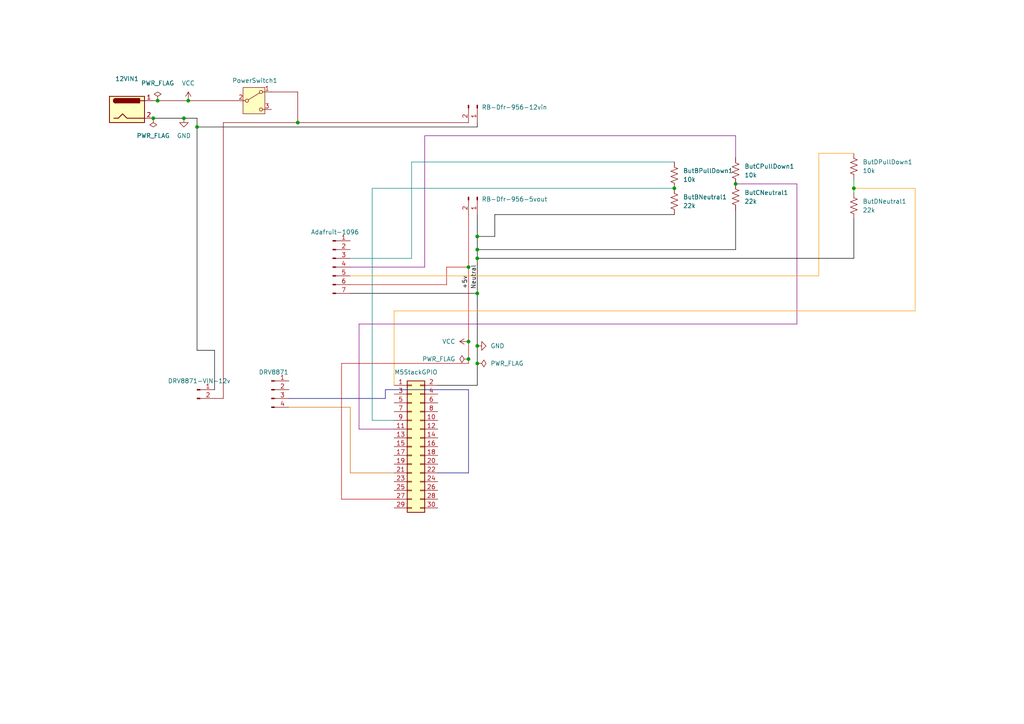
<source format=kicad_sch>
(kicad_sch (version 20231120) (generator "eeschema") (generator_version "8.0")
  (paper "A4")
  (title_block (title "Poppper Pump") (date "2024-05-02") (rev "0"))
  (lib_symbols
    (symbol "Connector:Barrel_Jack" (pin_names (offset 1.016))
      (property "Reference" "J" (at 0 5.334 0))
      (property "Value" "Barrel_Jack" (at 0 -5.08 0))
      (symbol "Barrel_Jack_0_1"
        (rectangle (start -5.08 3.81) (end 5.08 -3.81) (stroke (width 0.254)) (fill (type background)))
        (arc (start -3.302 3.175) (mid -3.9343 2.54) (end -3.302 1.905) (stroke (width 0.254)))
        (arc (start -3.302 3.175) (mid -3.9343 2.54) (end -3.302 1.905) (stroke (width 0.254)) (fill (type outline)))
        (polyline (pts (xy 5.08 2.54) (xy 3.81 2.54)) (stroke (width 0.254)))
        (polyline (pts (xy -3.81 -2.54) (xy -2.54 -2.54) (xy -1.27 -1.27) (xy 0 -2.54) (xy 2.54 -2.54) (xy 5.08 -2.54)) (stroke (width 0.254)))
        (rectangle (start 3.683 3.175) (end -3.302 1.905) (stroke (width 0.254)) (fill (type outline)))
      )
      (symbol "Barrel_Jack_1_1"
        (pin passive line (at 7.62 2.54 180) (length 2.54) (name "~") (number "1"))
        (pin passive line (at 7.62 -2.54 180) (length 2.54) (name "~") (number "2"))
      )
    )
    (symbol "Connector:Conn_01x02_Pin" (pin_names (offset 1.016) hide)
      (property "Reference" "J" (at 0 2.54 0))
      (property "Value" "Conn_01x02_Pin" (at 0 -5.08 0))
      (symbol "Conn_01x02_Pin_1_1"
        (polyline (pts (xy 1.27 -2.54) (xy 0.8636 -2.54)) (stroke (width 0.1524)))
        (polyline (pts (xy 1.27 0) (xy 0.8636 0)) (stroke (width 0.1524)))
        (rectangle (start 0.8636 -2.413) (end 0 -2.667) (stroke (width 0.1524)) (fill (type outline)))
        (rectangle (start 0.8636 0.127) (end 0 -0.127) (stroke (width 0.1524)) (fill (type outline)))
        (pin passive line (at 5.08 0 180) (length 3.81) (name "Pin_1") (number "1"))
        (pin passive line (at 5.08 -2.54 180) (length 3.81) (name "Pin_2") (number "2"))
      )
    )
    (symbol "Connector:Conn_01x04_Pin" (pin_names (offset 1.016) hide)
      (property "Reference" "J" (at 0 5.08 0))
      (property "Value" "Conn_01x04_Pin" (at 0 -7.62 0))
      (symbol "Conn_01x04_Pin_1_1"
        (polyline (pts (xy 1.27 -5.08) (xy 0.8636 -5.08)) (stroke (width 0.1524)))
        (polyline (pts (xy 1.27 -2.54) (xy 0.8636 -2.54)) (stroke (width 0.1524)))
        (polyline (pts (xy 1.27 0) (xy 0.8636 0)) (stroke (width 0.1524)))
        (polyline (pts (xy 1.27 2.54) (xy 0.8636 2.54)) (stroke (width 0.1524)))
        (rectangle (start 0.8636 -4.953) (end 0 -5.207) (stroke (width 0.1524)) (fill (type outline)))
        (rectangle (start 0.8636 -2.413) (end 0 -2.667) (stroke (width 0.1524)) (fill (type outline)))
        (rectangle (start 0.8636 0.127) (end 0 -0.127) (stroke (width 0.1524)) (fill (type outline)))
        (rectangle (start 0.8636 2.667) (end 0 2.413) (stroke (width 0.1524)) (fill (type outline)))
        (pin passive line (at 5.08 2.54 180) (length 3.81) (name "Pin_1") (number "1"))
        (pin passive line (at 5.08 0 180) (length 3.81) (name "Pin_2") (number "2"))
        (pin passive line (at 5.08 -2.54 180) (length 3.81) (name "Pin_3") (number "3"))
        (pin passive line (at 5.08 -5.08 180) (length 3.81) (name "Pin_4") (number "4"))
      )
    )
    (symbol "Connector:Conn_01x07_Pin" (pin_names (offset 1.016) hide)
      (property "Reference" "J" (at 0 10.16 0))
      (property "Value" "Conn_01x07_Pin" (at 0 -10.16 0))
      (symbol "Conn_01x07_Pin_1_1"
        (polyline (pts (xy 1.27 -7.62) (xy 0.8636 -7.62)) (stroke (width 0.1524)))
        (polyline (pts (xy 1.27 -5.08) (xy 0.8636 -5.08)) (stroke (width 0.1524)))
        (polyline (pts (xy 1.27 -2.54) (xy 0.8636 -2.54)) (stroke (width 0.1524)))
        (polyline (pts (xy 1.27 0) (xy 0.8636 0)) (stroke (width 0.1524)))
        (polyline (pts (xy 1.27 2.54) (xy 0.8636 2.54)) (stroke (width 0.1524)))
        (polyline (pts (xy 1.27 5.08) (xy 0.8636 5.08)) (stroke (width 0.1524)))
        (polyline (pts (xy 1.27 7.62) (xy 0.8636 7.62)) (stroke (width 0.1524)))
        (rectangle (start 0.8636 -7.493) (end 0 -7.747) (stroke (width 0.1524)) (fill (type outline)))
        (rectangle (start 0.8636 -4.953) (end 0 -5.207) (stroke (width 0.1524)) (fill (type outline)))
        (rectangle (start 0.8636 -2.413) (end 0 -2.667) (stroke (width 0.1524)) (fill (type outline)))
        (rectangle (start 0.8636 0.127) (end 0 -0.127) (stroke (width 0.1524)) (fill (type outline)))
        (rectangle (start 0.8636 2.667) (end 0 2.413) (stroke (width 0.1524)) (fill (type outline)))
        (rectangle (start 0.8636 5.207) (end 0 4.953) (stroke (width 0.1524)) (fill (type outline)))
        (rectangle (start 0.8636 7.747) (end 0 7.493) (stroke (width 0.1524)) (fill (type outline)))
        (pin passive line (at 5.08 7.62 180) (length 3.81) (name "Pin_1") (number "1"))
        (pin passive line (at 5.08 5.08 180) (length 3.81) (name "Pin_2") (number "2"))
        (pin passive line (at 5.08 2.54 180) (length 3.81) (name "Pin_3") (number "3"))
        (pin passive line (at 5.08 0 180) (length 3.81) (name "Pin_4") (number "4"))
        (pin passive line (at 5.08 -2.54 180) (length 3.81) (name "Pin_5") (number "5"))
        (pin passive line (at 5.08 -5.08 180) (length 3.81) (name "Pin_6") (number "6"))
        (pin passive line (at 5.08 -7.62 180) (length 3.81) (name "Pin_7") (number "7"))
      )
    )
    (symbol "Connector_Generic:Conn_02x15_Odd_Even" (pin_names (offset 1.016) hide)
      (property "Reference" "J" (at 1.27 20.32 0))
      (property "Value" "Conn_02x15_Odd_Even" (at 1.27 -20.32 0))
      (symbol "Conn_02x15_Odd_Even_1_1"
        (rectangle (start -1.27 -17.653) (end 0 -17.907) (stroke (width 0.1524)))
        (rectangle (start -1.27 -15.113) (end 0 -15.367) (stroke (width 0.1524)))
        (rectangle (start -1.27 -12.573) (end 0 -12.827) (stroke (width 0.1524)))
        (rectangle (start -1.27 -10.033) (end 0 -10.287) (stroke (width 0.1524)))
        (rectangle (start -1.27 -7.493) (end 0 -7.747) (stroke (width 0.1524)))
        (rectangle (start -1.27 -4.953) (end 0 -5.207) (stroke (width 0.1524)))
        (rectangle (start -1.27 -2.413) (end 0 -2.667) (stroke (width 0.1524)))
        (rectangle (start -1.27 0.127) (end 0 -0.127) (stroke (width 0.1524)))
        (rectangle (start -1.27 2.667) (end 0 2.413) (stroke (width 0.1524)))
        (rectangle (start -1.27 5.207) (end 0 4.953) (stroke (width 0.1524)))
        (rectangle (start -1.27 7.747) (end 0 7.493) (stroke (width 0.1524)))
        (rectangle (start -1.27 10.287) (end 0 10.033) (stroke (width 0.1524)))
        (rectangle (start -1.27 12.827) (end 0 12.573) (stroke (width 0.1524)))
        (rectangle (start -1.27 15.367) (end 0 15.113) (stroke (width 0.1524)))
        (rectangle (start -1.27 17.907) (end 0 17.653) (stroke (width 0.1524)))
        (rectangle (start -1.27 19.05) (end 3.81 -19.05) (stroke (width 0.254)) (fill (type background)))
        (rectangle (start 3.81 -17.653) (end 2.54 -17.907) (stroke (width 0.1524)))
        (rectangle (start 3.81 -15.113) (end 2.54 -15.367) (stroke (width 0.1524)))
        (rectangle (start 3.81 -12.573) (end 2.54 -12.827) (stroke (width 0.1524)))
        (rectangle (start 3.81 -10.033) (end 2.54 -10.287) (stroke (width 0.1524)))
        (rectangle (start 3.81 -7.493) (end 2.54 -7.747) (stroke (width 0.1524)))
        (rectangle (start 3.81 -4.953) (end 2.54 -5.207) (stroke (width 0.1524)))
        (rectangle (start 3.81 -2.413) (end 2.54 -2.667) (stroke (width 0.1524)))
        (rectangle (start 3.81 0.127) (end 2.54 -0.127) (stroke (width 0.1524)))
        (rectangle (start 3.81 2.667) (end 2.54 2.413) (stroke (width 0.1524)))
        (rectangle (start 3.81 5.207) (end 2.54 4.953) (stroke (width 0.1524)))
        (rectangle (start 3.81 7.747) (end 2.54 7.493) (stroke (width 0.1524)))
        (rectangle (start 3.81 10.287) (end 2.54 10.033) (stroke (width 0.1524)))
        (rectangle (start 3.81 12.827) (end 2.54 12.573) (stroke (width 0.1524)))
        (rectangle (start 3.81 15.367) (end 2.54 15.113) (stroke (width 0.1524)))
        (rectangle (start 3.81 17.907) (end 2.54 17.653) (stroke (width 0.1524)))
        (pin passive line (at -5.08 17.78 0) (length 3.81) (name "Pin_1") (number "1"))
        (pin passive line (at 7.62 7.62 180) (length 3.81) (name "Pin_10") (number "10"))
        (pin passive line (at -5.08 5.08 0) (length 3.81) (name "Pin_11") (number "11"))
        (pin passive line (at 7.62 5.08 180) (length 3.81) (name "Pin_12") (number "12"))
        (pin passive line (at -5.08 2.54 0) (length 3.81) (name "Pin_13") (number "13"))
        (pin passive line (at 7.62 2.54 180) (length 3.81) (name "Pin_14") (number "14"))
        (pin passive line (at -5.08 0 0) (length 3.81) (name "Pin_15") (number "15"))
        (pin passive line (at 7.62 0 180) (length 3.81) (name "Pin_16") (number "16"))
        (pin passive line (at -5.08 -2.54 0) (length 3.81) (name "Pin_17") (number "17"))
        (pin passive line (at 7.62 -2.54 180) (length 3.81) (name "Pin_18") (number "18"))
        (pin passive line (at -5.08 -5.08 0) (length 3.81) (name "Pin_19") (number "19"))
        (pin passive line (at 7.62 17.78 180) (length 3.81) (name "Pin_2") (number "2"))
        (pin passive line (at 7.62 -5.08 180) (length 3.81) (name "Pin_20") (number "20"))
        (pin passive line (at -5.08 -7.62 0) (length 3.81) (name "Pin_21") (number "21"))
        (pin passive line (at 7.62 -7.62 180) (length 3.81) (name "Pin_22") (number "22"))
        (pin passive line (at -5.08 -10.16 0) (length 3.81) (name "Pin_23") (number "23"))
        (pin passive line (at 7.62 -10.16 180) (length 3.81) (name "Pin_24") (number "24"))
        (pin passive line (at -5.08 -12.7 0) (length 3.81) (name "Pin_25") (number "25"))
        (pin passive line (at 7.62 -12.7 180) (length 3.81) (name "Pin_26") (number "26"))
        (pin passive line (at -5.08 -15.24 0) (length 3.81) (name "Pin_27") (number "27"))
        (pin passive line (at 7.62 -15.24 180) (length 3.81) (name "Pin_28") (number "28"))
        (pin passive line (at -5.08 -17.78 0) (length 3.81) (name "Pin_29") (number "29"))
        (pin passive line (at -5.08 15.24 0) (length 3.81) (name "Pin_3") (number "3"))
        (pin passive line (at 7.62 -17.78 180) (length 3.81) (name "Pin_30") (number "30"))
        (pin passive line (at 7.62 15.24 180) (length 3.81) (name "Pin_4") (number "4"))
        (pin passive line (at -5.08 12.7 0) (length 3.81) (name "Pin_5") (number "5"))
        (pin passive line (at 7.62 12.7 180) (length 3.81) (name "Pin_6") (number "6"))
        (pin passive line (at -5.08 10.16 0) (length 3.81) (name "Pin_7") (number "7"))
        (pin passive line (at 7.62 10.16 180) (length 3.81) (name "Pin_8") (number "8"))
        (pin passive line (at -5.08 7.62 0) (length 3.81) (name "Pin_9") (number "9"))
      )
    )
    (symbol "Device:R_US" (pin_numbers hide) (pin_names (offset 0))
      (property "Reference" "R" (at 2.54 0 90))
      (property "Value" "R_US" (at -2.54 0 90))
      (symbol "R_US_0_1"
        (polyline (pts (xy 0 -2.286) (xy 0 -2.54)))
        (polyline (pts (xy 0 2.286) (xy 0 2.54)))
        (polyline (pts (xy 0 -0.762) (xy 1.016 -1.143) (xy 0 -1.524) (xy -1.016 -1.905) (xy 0 -2.286)))
        (polyline (pts (xy 0 0.762) (xy 1.016 0.381) (xy 0 0) (xy -1.016 -0.381) (xy 0 -0.762)))
        (polyline (pts (xy 0 2.286) (xy 1.016 1.905) (xy 0 1.524) (xy -1.016 1.143) (xy 0 0.762)))
      )
      (symbol "R_US_1_1"
        (pin passive line (at 0 3.81 270) (length 1.27) (name "~") (number "1"))
        (pin passive line (at 0 -3.81 90) (length 1.27) (name "~") (number "2"))
      )
    )
    (symbol "Switch:SW_SPDT" (pin_names (offset 0) hide)
      (property "Reference" "SW" (at 0 5.08 0))
      (property "Value" "SW_SPDT" (at 0 -5.08 0))
      (symbol "SW_SPDT_0_1"
        (circle (center -2.032 0) (radius 0.4572))
        (polyline (pts (xy -1.651 0.254) (xy 1.651 2.286)))
        (circle (center 2.032 -2.54) (radius 0.4572))
        (circle (center 2.032 2.54) (radius 0.4572))
      )
      (symbol "SW_SPDT_1_1"
        (rectangle (start -3.175 3.81) (end 3.175 -3.81) (fill (type background)))
        (pin passive line (at 5.08 2.54 180) (length 2.54) (name "A") (number "1"))
        (pin passive line (at -5.08 0 0) (length 2.54) (name "B") (number "2"))
        (pin passive line (at 5.08 -2.54 180) (length 2.54) (name "C") (number "3"))
      )
    )
    (symbol "power:GND" (power) (pin_numbers hide) (pin_names (offset 0) hide)
      (property "Value" "GND" (at 0 -3.81 0))
      (symbol "GND_0_1"
        (polyline (pts (xy 0 0) (xy 0 -1.27) (xy 1.27 -1.27) (xy 0 -2.54) (xy -1.27 -1.27) (xy 0 -1.27)))
      )
      (symbol "GND_1_1"
        (pin power_in line (at 0 0 270) (length 0) (name "~") (number "1"))
      )
    )
    (symbol "power:PWR_FLAG" (power) (pin_numbers hide) (pin_names (offset 0) hide)
      (property "Value" "PWR_FLAG" (at 0 3.81 0))
      (symbol "PWR_FLAG_0_0"
        (pin power_out line (at 0 0 90) (length 0) (name "~") (number "1"))
      )
      (symbol "PWR_FLAG_0_1"
        (polyline (pts (xy 0 0) (xy 0 1.27) (xy -1.016 1.905) (xy 0 2.54) (xy 1.016 1.905) (xy 0 1.27)))
      )
    )
    (symbol "power:VCC" (power) (pin_numbers hide) (pin_names (offset 0) hide)
      (property "Value" "VCC" (at 0 3.556 0))
      (symbol "VCC_0_1"
        (polyline (pts (xy -0.762 1.27) (xy 0 2.54)))
        (polyline (pts (xy 0 0) (xy 0 2.54)))
        (polyline (pts (xy 0 2.54) (xy 0.762 1.27)))
      )
      (symbol "VCC_1_1"
        (pin power_in line (at 0 0 90) (length 0) (name "~") (number "1"))
      )
    )
  )
  (junction (at 57.15 36.83))
  (junction (at 44.45 34.29))
  (junction (at 135.89 104.14))
  (junction (at 135.89 99.06))
  (junction (at 247.65 54.61))
  (junction (at 138.43 68.58))
  (junction (at 135.89 77.47))
  (junction (at 54.61 29.21))
  (junction (at 138.43 100.33))
  (junction (at 138.43 85.09))
  (junction (at 138.43 105.41))
  (junction (at 53.34 34.29))
  (junction (at 45.72 29.21))
  (junction (at 195.58 54.61))
  (junction (at 86.36 35.56))
  (junction (at 138.43 74.93))
  (junction (at 138.43 72.39))
  (junction (at 213.36 53.34))
  (wire (pts (xy 101.6 85.09) (xy 138.43 85.09)) (stroke (width 0) (color 0 0 0 1)))
  (wire (pts (xy 265.43 54.61) (xy 247.65 54.61)) (stroke (width 0) (color 255 153 0 1)))
  (wire (pts (xy 86.36 26.67) (xy 78.74 26.67)) (stroke (width 0) (color 132 0 0 1)))
  (wire (pts (xy 213.36 39.37) (xy 213.36 45.72)) (stroke (width 0) (color 132 0 132 1)))
  (wire (pts (xy 44.45 29.21) (xy 45.72 29.21)) (stroke (width 0) (color 132 0 0 1)))
  (wire (pts (xy 138.43 85.09) (xy 138.43 74.93)) (stroke (width 0) (color 0 0 0 1)))
  (wire (pts (xy 129.54 77.47) (xy 135.89 77.47)) (stroke (width 0) (color 194 0 0 1)))
  (wire (pts (xy 135.89 77.47) (xy 135.89 99.06)) (stroke (width 0) (color 194 0 0 1)))
  (wire (pts (xy 119.38 46.99) (xy 195.58 46.99)) (stroke (width 0) (color 0 132 132 1)))
  (wire (pts (xy 138.43 35.56) (xy 138.43 36.83)) (stroke (width 0) (color 0 0 0 1)))
  (wire (pts (xy 247.65 54.61) (xy 247.65 55.88)))
  (wire (pts (xy 114.3 90.17) (xy 265.43 90.17)) (stroke (width 0) (color 255 153 0 1)))
  (wire (pts (xy 237.49 80.01) (xy 237.49 44.45)) (stroke (width 0) (color 255 153 0 1)))
  (wire (pts (xy 64.77 115.57) (xy 62.23 115.57)) (stroke (width 0) (color 132 0 0 1)))
  (wire (pts (xy 195.58 62.23) (xy 143.51 62.23)) (stroke (width 0) (color 0 0 0 1)))
  (wire (pts (xy 231.14 53.34) (xy 213.36 53.34)) (stroke (width 0) (color 132 0 132 1)))
  (wire (pts (xy 107.95 121.92) (xy 114.3 121.92)) (stroke (width 0) (color 0 132 132 1)))
  (wire (pts (xy 247.65 63.5) (xy 247.65 74.93)) (stroke (width 0) (color 0 0 0 1)))
  (wire (pts (xy 195.58 54.61) (xy 107.95 54.61)) (stroke (width 0) (color 0 132 132 1)))
  (wire (pts (xy 62.23 101.6) (xy 62.23 113.03)) (stroke (width 0) (color 0 0 0 1)))
  (wire (pts (xy 138.43 72.39) (xy 138.43 68.58)) (stroke (width 0) (color 0 0 0 1)))
  (wire (pts (xy 138.43 100.33) (xy 138.43 85.09)) (stroke (width 0) (color 0 0 0 1)))
  (wire (pts (xy 123.19 77.47) (xy 123.19 39.37)) (stroke (width 0) (color 132 0 132 1)))
  (wire (pts (xy 101.6 82.55) (xy 129.54 82.55)) (stroke (width 0) (color 194 0 0 1)))
  (wire (pts (xy 213.36 72.39) (xy 138.43 72.39)) (stroke (width 0) (color 0 0 0 1)))
  (wire (pts (xy 104.14 93.98) (xy 231.14 93.98)) (stroke (width 0) (color 132 0 132 1)))
  (wire (pts (xy 135.89 137.16) (xy 127 137.16)) (stroke (width 0) (color 0 0 132 1)))
  (wire (pts (xy 101.6 118.11) (xy 83.82 118.11)) (stroke (width 0) (color 204 102 0 1)))
  (wire (pts (xy 101.6 118.11) (xy 101.6 137.16)) (stroke (width 0) (color 204 102 0 1)))
  (wire (pts (xy 135.89 104.14) (xy 135.89 105.41)) (stroke (width 0) (color 194 0 0 1)))
  (wire (pts (xy 123.19 39.37) (xy 213.36 39.37)) (stroke (width 0) (color 132 0 132 1)))
  (wire (pts (xy 135.89 105.41) (xy 99.06 105.41)) (stroke (width 0) (color 194 0 0 1)))
  (wire (pts (xy 247.65 52.07) (xy 247.65 54.61)))
  (wire (pts (xy 57.15 101.6) (xy 62.23 101.6)) (stroke (width 0) (color 0 0 0 1)))
  (wire (pts (xy 57.15 36.83) (xy 57.15 101.6)) (stroke (width 0) (color 0 0 0 1)))
  (wire (pts (xy 86.36 35.56) (xy 135.89 35.56)) (stroke (width 0) (color 132 0 0 1)))
  (wire (pts (xy 138.43 105.41) (xy 138.43 100.33)) (stroke (width 0) (color 0 0 0 1)))
  (wire (pts (xy 57.15 34.29) (xy 57.15 36.83)) (stroke (width 0) (color 0 0 0 1)))
  (wire (pts (xy 135.89 113.03) (xy 111.76 113.03)) (stroke (width 0) (color 0 0 132 1)))
  (wire (pts (xy 54.61 29.21) (xy 68.58 29.21)) (stroke (width 0) (color 132 0 0 1)))
  (wire (pts (xy 129.54 82.55) (xy 129.54 77.47)) (stroke (width 0) (color 194 0 0 1)))
  (wire (pts (xy 53.34 34.29) (xy 57.15 34.29)) (stroke (width 0) (color 0 0 0 1)))
  (wire (pts (xy 237.49 44.45) (xy 247.65 44.45)) (stroke (width 0) (color 255 153 0 1)))
  (wire (pts (xy 135.89 113.03) (xy 135.89 137.16)) (stroke (width 0) (color 0 0 132 1)))
  (wire (pts (xy 135.89 62.23) (xy 135.89 77.47)) (stroke (width 0) (color 194 0 0 1)))
  (wire (pts (xy 127 111.76) (xy 138.43 111.76)) (stroke (width 0) (color 0 0 0 1)))
  (wire (pts (xy 111.76 113.03) (xy 111.76 115.57)) (stroke (width 0) (color 0 0 132 1)))
  (wire (pts (xy 143.51 62.23) (xy 143.51 68.58)) (stroke (width 0) (color 0 0 0 1)))
  (wire (pts (xy 44.45 34.29) (xy 53.34 34.29)) (stroke (width 0) (color 0 0 0 1)))
  (wire (pts (xy 247.65 74.93) (xy 138.43 74.93)) (stroke (width 0) (color 0 0 0 1)))
  (wire (pts (xy 104.14 124.46) (xy 114.3 124.46)) (stroke (width 0) (color 132 0 132 1)))
  (wire (pts (xy 138.43 105.41) (xy 138.43 111.76)) (stroke (width 0) (color 0 0 0 1)))
  (wire (pts (xy 114.3 111.76) (xy 114.3 90.17)) (stroke (width 0) (color 255 153 0 1)))
  (wire (pts (xy 101.6 80.01) (xy 237.49 80.01)) (stroke (width 0) (color 255 153 0 1)))
  (wire (pts (xy 101.6 137.16) (xy 114.3 137.16)) (stroke (width 0) (color 204 102 0 1)))
  (wire (pts (xy 138.43 68.58) (xy 138.43 62.23)) (stroke (width 0) (color 0 0 0 1)))
  (wire (pts (xy 111.76 115.57) (xy 83.82 115.57)) (stroke (width 0) (color 0 0 132 1)))
  (wire (pts (xy 213.36 60.96) (xy 213.36 72.39)) (stroke (width 0) (color 0 0 0 1)))
  (wire (pts (xy 119.38 74.93) (xy 119.38 46.99)) (stroke (width 0) (color 0 132 132 1)))
  (wire (pts (xy 265.43 90.17) (xy 265.43 54.61)) (stroke (width 0) (color 255 153 0 1)))
  (wire (pts (xy 107.95 54.61) (xy 107.95 121.92)) (stroke (width 0) (color 0 132 132 1)))
  (wire (pts (xy 99.06 144.78) (xy 114.3 144.78)) (stroke (width 0) (color 194 0 0 1)))
  (wire (pts (xy 101.6 74.93) (xy 119.38 74.93)) (stroke (width 0) (color 0 132 132 1)))
  (wire (pts (xy 138.43 74.93) (xy 138.43 72.39)) (stroke (width 0) (color 0 0 0 1)))
  (wire (pts (xy 99.06 105.41) (xy 99.06 144.78)) (stroke (width 0) (color 194 0 0 1)))
  (wire (pts (xy 64.77 35.56) (xy 86.36 35.56)) (stroke (width 0) (color 132 0 0 1)))
  (wire (pts (xy 64.77 35.56) (xy 64.77 115.57)) (stroke (width 0) (color 132 0 0 1)))
  (wire (pts (xy 104.14 93.98) (xy 104.14 124.46)) (stroke (width 0) (color 132 0 132 1)))
  (wire (pts (xy 231.14 93.98) (xy 231.14 53.34)) (stroke (width 0) (color 132 0 132 1)))
  (wire (pts (xy 86.36 26.67) (xy 86.36 35.56)) (stroke (width 0) (color 132 0 0 1)))
  (wire (pts (xy 135.89 99.06) (xy 135.89 104.14)) (stroke (width 0) (color 194 0 0 1)))
  (wire (pts (xy 57.15 36.83) (xy 138.43 36.83)) (stroke (width 0) (color 0 0 0 1)))
  (wire (pts (xy 45.72 29.21) (xy 54.61 29.21)) (stroke (width 0) (color 132 0 0 1)))
  (wire (pts (xy 143.51 68.58) (xy 138.43 68.58)) (stroke (width 0) (color 0 0 0 1)))
  (wire (pts (xy 101.6 77.47) (xy 123.19 77.47)) (stroke (width 0) (color 132 0 132 1)))
  (label "Neutral" (at 138.43 83.82 90))
  (label "+5v" (at 135.89 83.82 90))
  (symbol (lib_id "Connector:Conn_01x02_Pin") (at 57.15 113.03 0) (unit 1)
    (property "Reference" "DRV1" (effects (hide yes)))
    (property "Value" "DRV8871-VIN-12v" (at 57.785 110.49 0))
    (property "Footprint" "Custom:PinHeader_1x02_ForScrewBlock-1.5mmHole" (effects (hide yes)))
    (property "Description" "Generic connector, single row, 01x02, script generated" (effects (hide yes)))
  )
  (symbol (lib_id "Device:R_US") (at 247.65 48.26 0) (unit 1)
    (property "Reference" "ButDPullDown1" (at 250.19 46.9899 0) (effects (justify left)))
    (property "Value" "10k	" (at 250.19 49.5299 0) (effects (justify left)))
    (property "Footprint" "Resistor_THT:R_Axial_DIN0309_L9.0mm_D3.2mm_P12.70mm_Horizontal" (effects (hide yes)))
    (property "Description" "Resistor, US symbol" (effects (hide yes)))
  )
  (symbol (lib_id "Device:R_US") (at 247.65 59.69 0) (unit 1)
    (property "Reference" "ButDNeutral1" (at 250.19 58.4199 0) (effects (justify left)))
    (property "Value" "22k" (at 250.19 60.9599 0) (effects (justify left)))
    (property "Footprint" "Resistor_THT:R_Axial_DIN0309_L9.0mm_D3.2mm_P12.70mm_Horizontal" (effects (hide yes)))
    (property "Description" "Resistor, US symbol" (effects (hide yes)))
  )
  (symbol (lib_id "power:PWR_FLAG") (at 45.72 29.21 0) (unit 1)
    (property "Reference" "#FLG03" (effects (hide yes)))
    (property "Value" "PWR_FLAG" (at 45.72 24.13 0))
    (property "Description" "Special symbol for telling ERC where power comes from" (effects (hide yes)))
  )
  (symbol (lib_id "Connector:Conn_01x04_Pin") (at 78.74 113.03 0) (unit 1)
    (property "Reference" "DRV8871" (effects (hide yes)))
    (property "Value" "DRV8871" (at 79.375 107.95 0))
    (property "Footprint" "Connector_PinHeader_2.54mm:PinHeader_1x04_P2.54mm_Vertical" (effects (hide yes)))
    (property "Description" "Generic connector, single row, 01x04, script generated" (effects (hide yes)))
  )
  (symbol (lib_id "Device:R_US") (at 213.36 49.53 0) (unit 1)
    (property "Reference" "ButCPullDown1" (at 215.9 48.2599 0) (effects (justify left)))
    (property "Value" "10k" (at 215.9 50.7999 0) (effects (justify left)))
    (property "Footprint" "Resistor_THT:R_Axial_DIN0309_L9.0mm_D3.2mm_P12.70mm_Horizontal" (effects (hide yes)))
    (property "Description" "Resistor, US symbol" (effects (hide yes)))
  )
  (symbol (lib_id "Connector_Generic:Conn_02x15_Odd_Even") (at 119.38 129.54 0) (unit 1)
    (property "Reference" "M5StackHeader1" (effects (hide yes)))
    (property "Value" "M5StackGPIO" (at 120.65 107.95 0))
    (property "Footprint" "Connector_PinHeader_2.54mm:PinHeader_2x15_P2.54mm_Vertical" (effects (hide yes)))
    (property "Description" "Generic connector, double row, 02x15, odd/even pin numbering scheme (row 1 odd numbers, row 2 even numbers), script generated (kicad-library-utils/schlib/autogen/connector/)" (effects (hide yes)))
  )
  (symbol (lib_id "Switch:SW_SPDT") (at 73.66 29.21 0) (unit 1)
    (property "Reference" "PowerSwitch1" (at 73.914 23.368 0))
    (property "Value" "SW_SPDT" (effects (hide yes)))
    (property "Footprint" "Custom:PinHeader_1x02_ForScrewBlock-1.5mmHole" (effects (hide yes)))
    (property "Description" "Switch, single pole double throw" (effects (hide yes)))
  )
  (symbol (lib_id "power:VCC") (at 54.61 29.21 0) (unit 1)
    (property "Reference" "#PWR03" (effects (hide yes)))
    (property "Value" "VCC" (at 54.61 24.13 0))
    (property "Description" "Power symbol creates a global label with name \"VCC\"" (effects (hide yes)))
  )
  (symbol (lib_id "power:VCC") (at 135.89 99.06 90) (unit 1)
    (property "Reference" "#PWR02" (effects (hide yes)))
    (property "Value" "VCC" (at 132.08 99.0599 90) (effects (justify left)))
    (property "Description" "Power symbol creates a global label with name \"VCC\"" (effects (hide yes)))
  )
  (symbol (lib_id "Device:R_US") (at 195.58 50.8 0) (unit 1)
    (property "Reference" "ButBPullDown1" (at 198.12 49.5299 0) (effects (justify left)))
    (property "Value" "10k	" (at 198.12 52.0699 0) (effects (justify left)))
    (property "Footprint" "Resistor_THT:R_Axial_DIN0309_L9.0mm_D3.2mm_P12.70mm_Horizontal" (effects (hide yes)))
    (property "Description" "Resistor, US symbol" (effects (hide yes)))
  )
  (symbol (lib_id "power:GND") (at 138.43 100.33 90) (unit 1)
    (property "Reference" "#PWR01" (effects (hide yes)))
    (property "Value" "GND" (at 142.24 100.3299 90) (effects (justify right)))
    (property "Description" "Power symbol creates a global label with name \"GND\" , ground" (effects (hide yes)))
  )
  (symbol (lib_id "Device:R_US") (at 213.36 57.15 0) (unit 1)
    (property "Reference" "ButCNeutral1" (at 215.9 55.8799 0) (effects (justify left)))
    (property "Value" "22k" (at 215.9 58.4199 0) (effects (justify left)))
    (property "Footprint" "Resistor_THT:R_Axial_DIN0309_L9.0mm_D3.2mm_P12.70mm_Horizontal" (effects (hide yes)))
    (property "Description" "Resistor, US symbol" (effects (hide yes)))
  )
  (symbol (lib_id "Connector:Barrel_Jack") (at 36.83 31.75 0) (unit 1)
    (property "Reference" "12VIN1" (at 36.83 22.86 0))
    (property "Value" "Barrel_Jack" (effects (hide yes)))
    (property "Footprint" "Connector_BarrelJack:BarrelJack_Horizontal" (effects (hide yes)))
    (property "Description" "DC Barrel Jack" (effects (hide yes)))
  )
  (symbol (lib_id "Connector:Conn_01x02_Pin") (at 138.43 57.15 270) (unit 1)
    (property "Reference" "BuckConverter2" (effects (hide yes)))
    (property "Value" "RB-Dfr-956-5vout" (at 139.7 57.7849 90) (effects (justify left)))
    (property "Footprint" "Custom:PinHeader_1x02_P2.54mm_Vertical-BuckConverter-DFR-956" (effects (hide yes)))
    (property "Description" "Generic connector, single row, 01x02, script generated" (effects (hide yes)))
  )
  (symbol (lib_id "Device:R_US") (at 195.58 58.42 0) (unit 1)
    (property "Reference" "ButBNeutral1" (at 198.12 57.1499 0) (effects (justify left)))
    (property "Value" "22k" (at 198.12 59.6899 0) (effects (justify left)))
    (property "Footprint" "Resistor_THT:R_Axial_DIN0309_L9.0mm_D3.2mm_P12.70mm_Horizontal" (effects (hide yes)))
    (property "Description" "Resistor, US symbol" (effects (hide yes)))
  )
  (symbol (lib_id "power:GND") (at 53.34 34.29 0) (unit 1)
    (property "Reference" "#PWR04" (effects (hide yes)))
    (property "Value" "GND" (at 53.34 39.37 0))
    (property "Description" "Power symbol creates a global label with name \"GND\" , ground" (effects (hide yes)))
  )
  (symbol (lib_id "power:PWR_FLAG") (at 138.43 105.41 270) (unit 1)
    (property "Reference" "#FLG02" (effects (hide yes)))
    (property "Value" "PWR_FLAG" (at 142.24 105.4099 90) (effects (justify left)))
    (property "Description" "Special symbol for telling ERC where power comes from" (effects (hide yes)))
  )
  (symbol (lib_id "Connector:Conn_01x02_Pin") (at 138.43 30.48 270) (unit 1)
    (property "Reference" "BuckConverter1" (effects (hide yes)))
    (property "Value" "RB-Dfr-956-12vin" (at 139.7 31.1149 90) (effects (justify left)))
    (property "Footprint" "Custom:PinHeader_1x02_P2.54mm_Vertical-BuckConverter-DFR-956" (effects (hide yes)))
    (property "Description" "Generic connector, single row, 01x02, script generated" (effects (hide yes)))
  )
  (symbol (lib_id "power:PWR_FLAG") (at 44.45 34.29 180) (unit 1)
    (property "Reference" "#FLG04" (effects (hide yes)))
    (property "Value" "PWR_FLAG" (at 44.45 39.37 0))
    (property "Description" "Special symbol for telling ERC where power comes from" (effects (hide yes)))
  )
  (symbol (lib_id "Connector:Conn_01x07_Pin") (at 96.52 77.47 0) (unit 1)
    (property "Reference" "AdafruitRF315MhzMomentary1" (effects (hide yes)))
    (property "Value" "Adafruit-1096" (at 97.155 67.31 0))
    (property "Footprint" "Connector_PinHeader_2.54mm:PinHeader_1x07_P2.54mm_Vertical" (effects (hide yes)))
    (property "Description" "Generic connector, single row, 01x07, script generated" (effects (hide yes)))
  )
  (symbol (lib_id "power:PWR_FLAG") (at 135.89 104.14 90) (unit 1)
    (property "Reference" "#FLG01" (effects (hide yes)))
    (property "Value" "PWR_FLAG" (at 132.08 104.1399 90) (effects (justify left)))
    (property "Description" "Special symbol for telling ERC where power comes from" (effects (hide yes)))
  )
)
</source>
